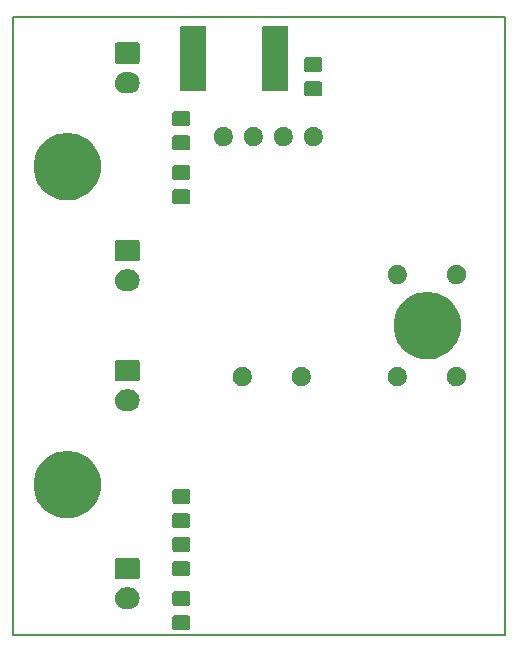
<source format=gts>
%TF.GenerationSoftware,KiCad,Pcbnew,5.0.2+dfsg1-1*%
%TF.CreationDate,2022-03-26T23:48:13+09:00*%
%TF.ProjectId,tablet-psu,7461626c-6574-42d7-9073-752e6b696361,rev?*%
%TF.SameCoordinates,Original*%
%TF.FileFunction,Soldermask,Top*%
%TF.FilePolarity,Negative*%
%FSLAX46Y46*%
G04 Gerber Fmt 4.6, Leading zero omitted, Abs format (unit mm)*
G04 Created by KiCad (PCBNEW 5.0.2+dfsg1-1) date Sat 26 Mar 2022 11:48:13 PM JST*
%MOMM*%
%LPD*%
G01*
G04 APERTURE LIST*
%ADD10C,0.150000*%
%ADD11C,0.100000*%
G04 APERTURE END LIST*
D10*
X138176000Y-70104000D02*
X138176000Y-122428000D01*
X96520000Y-70104000D02*
X138176000Y-70104000D01*
X96520000Y-122428000D02*
X138176000Y-122428000D01*
X96520000Y-70104000D02*
X96520000Y-122428000D01*
D11*
G36*
X111332677Y-120799465D02*
X111370364Y-120810898D01*
X111405103Y-120829466D01*
X111435548Y-120854452D01*
X111460534Y-120884897D01*
X111479102Y-120919636D01*
X111490535Y-120957323D01*
X111495000Y-121002661D01*
X111495000Y-121839339D01*
X111490535Y-121884677D01*
X111479102Y-121922364D01*
X111460534Y-121957103D01*
X111435548Y-121987548D01*
X111405103Y-122012534D01*
X111370364Y-122031102D01*
X111332677Y-122042535D01*
X111287339Y-122047000D01*
X110200661Y-122047000D01*
X110155323Y-122042535D01*
X110117636Y-122031102D01*
X110082897Y-122012534D01*
X110052452Y-121987548D01*
X110027466Y-121957103D01*
X110008898Y-121922364D01*
X109997465Y-121884677D01*
X109993000Y-121839339D01*
X109993000Y-121002661D01*
X109997465Y-120957323D01*
X110008898Y-120919636D01*
X110027466Y-120884897D01*
X110052452Y-120854452D01*
X110082897Y-120829466D01*
X110117636Y-120810898D01*
X110155323Y-120799465D01*
X110200661Y-120795000D01*
X111287339Y-120795000D01*
X111332677Y-120799465D01*
X111332677Y-120799465D01*
G37*
G36*
X106432442Y-118445518D02*
X106498627Y-118452037D01*
X106611853Y-118486384D01*
X106668467Y-118503557D01*
X106807087Y-118577652D01*
X106824991Y-118587222D01*
X106860729Y-118616552D01*
X106962186Y-118699814D01*
X107036912Y-118790869D01*
X107074778Y-118837009D01*
X107074779Y-118837011D01*
X107158443Y-118993533D01*
X107158443Y-118993534D01*
X107209963Y-119163373D01*
X107227359Y-119340000D01*
X107209963Y-119516627D01*
X107175616Y-119629853D01*
X107158443Y-119686467D01*
X107109557Y-119777925D01*
X107074778Y-119842991D01*
X107050672Y-119872364D01*
X106962186Y-119980186D01*
X106860729Y-120063448D01*
X106824991Y-120092778D01*
X106824989Y-120092779D01*
X106668467Y-120176443D01*
X106611853Y-120193616D01*
X106498627Y-120227963D01*
X106432442Y-120234482D01*
X106366260Y-120241000D01*
X105977740Y-120241000D01*
X105911558Y-120234482D01*
X105845373Y-120227963D01*
X105732147Y-120193616D01*
X105675533Y-120176443D01*
X105519011Y-120092779D01*
X105519009Y-120092778D01*
X105483271Y-120063448D01*
X105381814Y-119980186D01*
X105293328Y-119872364D01*
X105269222Y-119842991D01*
X105234443Y-119777925D01*
X105185557Y-119686467D01*
X105168384Y-119629853D01*
X105134037Y-119516627D01*
X105116641Y-119340000D01*
X105134037Y-119163373D01*
X105185557Y-118993534D01*
X105185557Y-118993533D01*
X105269221Y-118837011D01*
X105269222Y-118837009D01*
X105307088Y-118790869D01*
X105381814Y-118699814D01*
X105483271Y-118616552D01*
X105519009Y-118587222D01*
X105536913Y-118577652D01*
X105675533Y-118503557D01*
X105732147Y-118486384D01*
X105845373Y-118452037D01*
X105911558Y-118445518D01*
X105977740Y-118439000D01*
X106366260Y-118439000D01*
X106432442Y-118445518D01*
X106432442Y-118445518D01*
G37*
G36*
X111332677Y-118749465D02*
X111370364Y-118760898D01*
X111405103Y-118779466D01*
X111435548Y-118804452D01*
X111460534Y-118834897D01*
X111479102Y-118869636D01*
X111490535Y-118907323D01*
X111495000Y-118952661D01*
X111495000Y-119789339D01*
X111490535Y-119834677D01*
X111479102Y-119872364D01*
X111460534Y-119907103D01*
X111435548Y-119937548D01*
X111405103Y-119962534D01*
X111370364Y-119981102D01*
X111332677Y-119992535D01*
X111287339Y-119997000D01*
X110200661Y-119997000D01*
X110155323Y-119992535D01*
X110117636Y-119981102D01*
X110082897Y-119962534D01*
X110052452Y-119937548D01*
X110027466Y-119907103D01*
X110008898Y-119872364D01*
X109997465Y-119834677D01*
X109993000Y-119789339D01*
X109993000Y-118952661D01*
X109997465Y-118907323D01*
X110008898Y-118869636D01*
X110027466Y-118834897D01*
X110052452Y-118804452D01*
X110082897Y-118779466D01*
X110117636Y-118760898D01*
X110155323Y-118749465D01*
X110200661Y-118745000D01*
X111287339Y-118745000D01*
X111332677Y-118749465D01*
X111332677Y-118749465D01*
G37*
G36*
X107080600Y-115942989D02*
X107113649Y-115953014D01*
X107144106Y-115969294D01*
X107170799Y-115991201D01*
X107192706Y-116017894D01*
X107208986Y-116048351D01*
X107219011Y-116081400D01*
X107223000Y-116121904D01*
X107223000Y-117558096D01*
X107219011Y-117598600D01*
X107208986Y-117631649D01*
X107192706Y-117662106D01*
X107170799Y-117688799D01*
X107144106Y-117710706D01*
X107113649Y-117726986D01*
X107080600Y-117737011D01*
X107040096Y-117741000D01*
X105303904Y-117741000D01*
X105263400Y-117737011D01*
X105230351Y-117726986D01*
X105199894Y-117710706D01*
X105173201Y-117688799D01*
X105151294Y-117662106D01*
X105135014Y-117631649D01*
X105124989Y-117598600D01*
X105121000Y-117558096D01*
X105121000Y-116121904D01*
X105124989Y-116081400D01*
X105135014Y-116048351D01*
X105151294Y-116017894D01*
X105173201Y-115991201D01*
X105199894Y-115969294D01*
X105230351Y-115953014D01*
X105263400Y-115942989D01*
X105303904Y-115939000D01*
X107040096Y-115939000D01*
X107080600Y-115942989D01*
X107080600Y-115942989D01*
G37*
G36*
X111332677Y-116227465D02*
X111370364Y-116238898D01*
X111405103Y-116257466D01*
X111435548Y-116282452D01*
X111460534Y-116312897D01*
X111479102Y-116347636D01*
X111490535Y-116385323D01*
X111495000Y-116430661D01*
X111495000Y-117267339D01*
X111490535Y-117312677D01*
X111479102Y-117350364D01*
X111460534Y-117385103D01*
X111435548Y-117415548D01*
X111405103Y-117440534D01*
X111370364Y-117459102D01*
X111332677Y-117470535D01*
X111287339Y-117475000D01*
X110200661Y-117475000D01*
X110155323Y-117470535D01*
X110117636Y-117459102D01*
X110082897Y-117440534D01*
X110052452Y-117415548D01*
X110027466Y-117385103D01*
X110008898Y-117350364D01*
X109997465Y-117312677D01*
X109993000Y-117267339D01*
X109993000Y-116430661D01*
X109997465Y-116385323D01*
X110008898Y-116347636D01*
X110027466Y-116312897D01*
X110052452Y-116282452D01*
X110082897Y-116257466D01*
X110117636Y-116238898D01*
X110155323Y-116227465D01*
X110200661Y-116223000D01*
X111287339Y-116223000D01*
X111332677Y-116227465D01*
X111332677Y-116227465D01*
G37*
G36*
X111332677Y-114177465D02*
X111370364Y-114188898D01*
X111405103Y-114207466D01*
X111435548Y-114232452D01*
X111460534Y-114262897D01*
X111479102Y-114297636D01*
X111490535Y-114335323D01*
X111495000Y-114380661D01*
X111495000Y-115217339D01*
X111490535Y-115262677D01*
X111479102Y-115300364D01*
X111460534Y-115335103D01*
X111435548Y-115365548D01*
X111405103Y-115390534D01*
X111370364Y-115409102D01*
X111332677Y-115420535D01*
X111287339Y-115425000D01*
X110200661Y-115425000D01*
X110155323Y-115420535D01*
X110117636Y-115409102D01*
X110082897Y-115390534D01*
X110052452Y-115365548D01*
X110027466Y-115335103D01*
X110008898Y-115300364D01*
X109997465Y-115262677D01*
X109993000Y-115217339D01*
X109993000Y-114380661D01*
X109997465Y-114335323D01*
X110008898Y-114297636D01*
X110027466Y-114262897D01*
X110052452Y-114232452D01*
X110082897Y-114207466D01*
X110117636Y-114188898D01*
X110155323Y-114177465D01*
X110200661Y-114173000D01*
X111287339Y-114173000D01*
X111332677Y-114177465D01*
X111332677Y-114177465D01*
G37*
G36*
X111332677Y-112163465D02*
X111370364Y-112174898D01*
X111405103Y-112193466D01*
X111435548Y-112218452D01*
X111460534Y-112248897D01*
X111479102Y-112283636D01*
X111490535Y-112321323D01*
X111495000Y-112366661D01*
X111495000Y-113203339D01*
X111490535Y-113248677D01*
X111479102Y-113286364D01*
X111460534Y-113321103D01*
X111435548Y-113351548D01*
X111405103Y-113376534D01*
X111370364Y-113395102D01*
X111332677Y-113406535D01*
X111287339Y-113411000D01*
X110200661Y-113411000D01*
X110155323Y-113406535D01*
X110117636Y-113395102D01*
X110082897Y-113376534D01*
X110052452Y-113351548D01*
X110027466Y-113321103D01*
X110008898Y-113286364D01*
X109997465Y-113248677D01*
X109993000Y-113203339D01*
X109993000Y-112366661D01*
X109997465Y-112321323D01*
X110008898Y-112283636D01*
X110027466Y-112248897D01*
X110052452Y-112218452D01*
X110082897Y-112193466D01*
X110117636Y-112174898D01*
X110155323Y-112163465D01*
X110200661Y-112159000D01*
X111287339Y-112159000D01*
X111332677Y-112163465D01*
X111332677Y-112163465D01*
G37*
G36*
X101648202Y-106931781D02*
X101923606Y-106986562D01*
X102442455Y-107201476D01*
X102906259Y-107511380D01*
X102909410Y-107513486D01*
X103306514Y-107910590D01*
X103306516Y-107910593D01*
X103618524Y-108377545D01*
X103833438Y-108896394D01*
X103943000Y-109447201D01*
X103943000Y-110008799D01*
X103833438Y-110559606D01*
X103618524Y-111078455D01*
X103432716Y-111356535D01*
X103306514Y-111545410D01*
X102909410Y-111942514D01*
X102909407Y-111942516D01*
X102442455Y-112254524D01*
X101923606Y-112469438D01*
X101372800Y-112579000D01*
X100811200Y-112579000D01*
X100260394Y-112469438D01*
X99741545Y-112254524D01*
X99274593Y-111942516D01*
X99274590Y-111942514D01*
X98877486Y-111545410D01*
X98751284Y-111356535D01*
X98565476Y-111078455D01*
X98350562Y-110559606D01*
X98241000Y-110008799D01*
X98241000Y-109447201D01*
X98350562Y-108896394D01*
X98565476Y-108377545D01*
X98877484Y-107910593D01*
X98877486Y-107910590D01*
X99274590Y-107513486D01*
X99277741Y-107511380D01*
X99741545Y-107201476D01*
X100260394Y-106986562D01*
X100535798Y-106931781D01*
X100811200Y-106877000D01*
X101372800Y-106877000D01*
X101648202Y-106931781D01*
X101648202Y-106931781D01*
G37*
G36*
X111332677Y-110113465D02*
X111370364Y-110124898D01*
X111405103Y-110143466D01*
X111435548Y-110168452D01*
X111460534Y-110198897D01*
X111479102Y-110233636D01*
X111490535Y-110271323D01*
X111495000Y-110316661D01*
X111495000Y-111153339D01*
X111490535Y-111198677D01*
X111479102Y-111236364D01*
X111460534Y-111271103D01*
X111435548Y-111301548D01*
X111405103Y-111326534D01*
X111370364Y-111345102D01*
X111332677Y-111356535D01*
X111287339Y-111361000D01*
X110200661Y-111361000D01*
X110155323Y-111356535D01*
X110117636Y-111345102D01*
X110082897Y-111326534D01*
X110052452Y-111301548D01*
X110027466Y-111271103D01*
X110008898Y-111236364D01*
X109997465Y-111198677D01*
X109993000Y-111153339D01*
X109993000Y-110316661D01*
X109997465Y-110271323D01*
X110008898Y-110233636D01*
X110027466Y-110198897D01*
X110052452Y-110168452D01*
X110082897Y-110143466D01*
X110117636Y-110124898D01*
X110155323Y-110113465D01*
X110200661Y-110109000D01*
X111287339Y-110109000D01*
X111332677Y-110113465D01*
X111332677Y-110113465D01*
G37*
G36*
X106432443Y-101681519D02*
X106498627Y-101688037D01*
X106611853Y-101722384D01*
X106668467Y-101739557D01*
X106807087Y-101813652D01*
X106824991Y-101823222D01*
X106860729Y-101852552D01*
X106962186Y-101935814D01*
X107045448Y-102037271D01*
X107074778Y-102073009D01*
X107074779Y-102073011D01*
X107158443Y-102229533D01*
X107158443Y-102229534D01*
X107209963Y-102399373D01*
X107227359Y-102576000D01*
X107209963Y-102752627D01*
X107175616Y-102865853D01*
X107158443Y-102922467D01*
X107084348Y-103061087D01*
X107074778Y-103078991D01*
X107045448Y-103114729D01*
X106962186Y-103216186D01*
X106860729Y-103299448D01*
X106824991Y-103328778D01*
X106824989Y-103328779D01*
X106668467Y-103412443D01*
X106611853Y-103429616D01*
X106498627Y-103463963D01*
X106432442Y-103470482D01*
X106366260Y-103477000D01*
X105977740Y-103477000D01*
X105911558Y-103470482D01*
X105845373Y-103463963D01*
X105732147Y-103429616D01*
X105675533Y-103412443D01*
X105519011Y-103328779D01*
X105519009Y-103328778D01*
X105483271Y-103299448D01*
X105381814Y-103216186D01*
X105298552Y-103114729D01*
X105269222Y-103078991D01*
X105259652Y-103061087D01*
X105185557Y-102922467D01*
X105168384Y-102865853D01*
X105134037Y-102752627D01*
X105116641Y-102576000D01*
X105134037Y-102399373D01*
X105185557Y-102229534D01*
X105185557Y-102229533D01*
X105269221Y-102073011D01*
X105269222Y-102073009D01*
X105298552Y-102037271D01*
X105381814Y-101935814D01*
X105483271Y-101852552D01*
X105519009Y-101823222D01*
X105536913Y-101813652D01*
X105675533Y-101739557D01*
X105732147Y-101722384D01*
X105845373Y-101688037D01*
X105911557Y-101681519D01*
X105977740Y-101675000D01*
X106366260Y-101675000D01*
X106432443Y-101681519D01*
X106432443Y-101681519D01*
G37*
G36*
X121141142Y-99802242D02*
X121289102Y-99863530D01*
X121422258Y-99952502D01*
X121535498Y-100065742D01*
X121624470Y-100198898D01*
X121685758Y-100346858D01*
X121717000Y-100503925D01*
X121717000Y-100664075D01*
X121685758Y-100821142D01*
X121666494Y-100867649D01*
X121627004Y-100962986D01*
X121624470Y-100969102D01*
X121535498Y-101102258D01*
X121422258Y-101215498D01*
X121289102Y-101304470D01*
X121141142Y-101365758D01*
X120984075Y-101397000D01*
X120823925Y-101397000D01*
X120666858Y-101365758D01*
X120518898Y-101304470D01*
X120385742Y-101215498D01*
X120272502Y-101102258D01*
X120183530Y-100969102D01*
X120180997Y-100962986D01*
X120141506Y-100867649D01*
X120122242Y-100821142D01*
X120091000Y-100664075D01*
X120091000Y-100503925D01*
X120122242Y-100346858D01*
X120183530Y-100198898D01*
X120272502Y-100065742D01*
X120385742Y-99952502D01*
X120518898Y-99863530D01*
X120666858Y-99802242D01*
X120823925Y-99771000D01*
X120984075Y-99771000D01*
X121141142Y-99802242D01*
X121141142Y-99802242D01*
G37*
G36*
X116141142Y-99802242D02*
X116289102Y-99863530D01*
X116422258Y-99952502D01*
X116535498Y-100065742D01*
X116624470Y-100198898D01*
X116685758Y-100346858D01*
X116717000Y-100503925D01*
X116717000Y-100664075D01*
X116685758Y-100821142D01*
X116666494Y-100867649D01*
X116627004Y-100962986D01*
X116624470Y-100969102D01*
X116535498Y-101102258D01*
X116422258Y-101215498D01*
X116289102Y-101304470D01*
X116141142Y-101365758D01*
X115984075Y-101397000D01*
X115823925Y-101397000D01*
X115666858Y-101365758D01*
X115518898Y-101304470D01*
X115385742Y-101215498D01*
X115272502Y-101102258D01*
X115183530Y-100969102D01*
X115180997Y-100962986D01*
X115141506Y-100867649D01*
X115122242Y-100821142D01*
X115091000Y-100664075D01*
X115091000Y-100503925D01*
X115122242Y-100346858D01*
X115183530Y-100198898D01*
X115272502Y-100065742D01*
X115385742Y-99952502D01*
X115518898Y-99863530D01*
X115666858Y-99802242D01*
X115823925Y-99771000D01*
X115984075Y-99771000D01*
X116141142Y-99802242D01*
X116141142Y-99802242D01*
G37*
G36*
X134269142Y-99802242D02*
X134417102Y-99863530D01*
X134550258Y-99952502D01*
X134663498Y-100065742D01*
X134752470Y-100198898D01*
X134813758Y-100346858D01*
X134845000Y-100503925D01*
X134845000Y-100664075D01*
X134813758Y-100821142D01*
X134794494Y-100867649D01*
X134755004Y-100962986D01*
X134752470Y-100969102D01*
X134663498Y-101102258D01*
X134550258Y-101215498D01*
X134417102Y-101304470D01*
X134269142Y-101365758D01*
X134112075Y-101397000D01*
X133951925Y-101397000D01*
X133794858Y-101365758D01*
X133646898Y-101304470D01*
X133513742Y-101215498D01*
X133400502Y-101102258D01*
X133311530Y-100969102D01*
X133308997Y-100962986D01*
X133269506Y-100867649D01*
X133250242Y-100821142D01*
X133219000Y-100664075D01*
X133219000Y-100503925D01*
X133250242Y-100346858D01*
X133311530Y-100198898D01*
X133400502Y-100065742D01*
X133513742Y-99952502D01*
X133646898Y-99863530D01*
X133794858Y-99802242D01*
X133951925Y-99771000D01*
X134112075Y-99771000D01*
X134269142Y-99802242D01*
X134269142Y-99802242D01*
G37*
G36*
X129269142Y-99802242D02*
X129417102Y-99863530D01*
X129550258Y-99952502D01*
X129663498Y-100065742D01*
X129752470Y-100198898D01*
X129813758Y-100346858D01*
X129845000Y-100503925D01*
X129845000Y-100664075D01*
X129813758Y-100821142D01*
X129794494Y-100867649D01*
X129755004Y-100962986D01*
X129752470Y-100969102D01*
X129663498Y-101102258D01*
X129550258Y-101215498D01*
X129417102Y-101304470D01*
X129269142Y-101365758D01*
X129112075Y-101397000D01*
X128951925Y-101397000D01*
X128794858Y-101365758D01*
X128646898Y-101304470D01*
X128513742Y-101215498D01*
X128400502Y-101102258D01*
X128311530Y-100969102D01*
X128308997Y-100962986D01*
X128269506Y-100867649D01*
X128250242Y-100821142D01*
X128219000Y-100664075D01*
X128219000Y-100503925D01*
X128250242Y-100346858D01*
X128311530Y-100198898D01*
X128400502Y-100065742D01*
X128513742Y-99952502D01*
X128646898Y-99863530D01*
X128794858Y-99802242D01*
X128951925Y-99771000D01*
X129112075Y-99771000D01*
X129269142Y-99802242D01*
X129269142Y-99802242D01*
G37*
G36*
X107080600Y-99178989D02*
X107113649Y-99189014D01*
X107144106Y-99205294D01*
X107170799Y-99227201D01*
X107192706Y-99253894D01*
X107208986Y-99284351D01*
X107219011Y-99317400D01*
X107223000Y-99357904D01*
X107223000Y-100794096D01*
X107219011Y-100834600D01*
X107208986Y-100867649D01*
X107192706Y-100898106D01*
X107170799Y-100924799D01*
X107144106Y-100946706D01*
X107113649Y-100962986D01*
X107080600Y-100973011D01*
X107040096Y-100977000D01*
X105303904Y-100977000D01*
X105263400Y-100973011D01*
X105230351Y-100962986D01*
X105199894Y-100946706D01*
X105173201Y-100924799D01*
X105151294Y-100898106D01*
X105135014Y-100867649D01*
X105124989Y-100834600D01*
X105121000Y-100794096D01*
X105121000Y-99357904D01*
X105124989Y-99317400D01*
X105135014Y-99284351D01*
X105151294Y-99253894D01*
X105173201Y-99227201D01*
X105199894Y-99205294D01*
X105230351Y-99189014D01*
X105263400Y-99178989D01*
X105303904Y-99175000D01*
X107040096Y-99175000D01*
X107080600Y-99178989D01*
X107080600Y-99178989D01*
G37*
G36*
X132128202Y-93469781D02*
X132403606Y-93524562D01*
X132922455Y-93739476D01*
X133386259Y-94049380D01*
X133389410Y-94051486D01*
X133786514Y-94448590D01*
X133786516Y-94448593D01*
X134098524Y-94915545D01*
X134313438Y-95434394D01*
X134423000Y-95985201D01*
X134423000Y-96546799D01*
X134313438Y-97097606D01*
X134098524Y-97616455D01*
X133788620Y-98080259D01*
X133786514Y-98083410D01*
X133389410Y-98480514D01*
X133389407Y-98480516D01*
X132922455Y-98792524D01*
X132403606Y-99007438D01*
X132128202Y-99062219D01*
X131852800Y-99117000D01*
X131291200Y-99117000D01*
X130740394Y-99007438D01*
X130221545Y-98792524D01*
X129754593Y-98480516D01*
X129754590Y-98480514D01*
X129357486Y-98083410D01*
X129355380Y-98080259D01*
X129045476Y-97616455D01*
X128830562Y-97097606D01*
X128721000Y-96546799D01*
X128721000Y-95985201D01*
X128830562Y-95434394D01*
X129045476Y-94915545D01*
X129357484Y-94448593D01*
X129357486Y-94448590D01*
X129754590Y-94051486D01*
X129757741Y-94049380D01*
X130221545Y-93739476D01*
X130740394Y-93524562D01*
X131015798Y-93469781D01*
X131291200Y-93415000D01*
X131852800Y-93415000D01*
X132128202Y-93469781D01*
X132128202Y-93469781D01*
G37*
G36*
X106432443Y-91521519D02*
X106498627Y-91528037D01*
X106611853Y-91562384D01*
X106668467Y-91579557D01*
X106807087Y-91653652D01*
X106824991Y-91663222D01*
X106860729Y-91692552D01*
X106962186Y-91775814D01*
X107037778Y-91867925D01*
X107074778Y-91913009D01*
X107074779Y-91913011D01*
X107158443Y-92069533D01*
X107158443Y-92069534D01*
X107209963Y-92239373D01*
X107227359Y-92416000D01*
X107209963Y-92592627D01*
X107186956Y-92668470D01*
X107158443Y-92762467D01*
X107084348Y-92901087D01*
X107074778Y-92918991D01*
X107045448Y-92954729D01*
X106962186Y-93056186D01*
X106860729Y-93139448D01*
X106824991Y-93168778D01*
X106824989Y-93168779D01*
X106668467Y-93252443D01*
X106611853Y-93269616D01*
X106498627Y-93303963D01*
X106432443Y-93310481D01*
X106366260Y-93317000D01*
X105977740Y-93317000D01*
X105911557Y-93310481D01*
X105845373Y-93303963D01*
X105732147Y-93269616D01*
X105675533Y-93252443D01*
X105519011Y-93168779D01*
X105519009Y-93168778D01*
X105483271Y-93139448D01*
X105381814Y-93056186D01*
X105298552Y-92954729D01*
X105269222Y-92918991D01*
X105259652Y-92901087D01*
X105185557Y-92762467D01*
X105157044Y-92668470D01*
X105134037Y-92592627D01*
X105116641Y-92416000D01*
X105134037Y-92239373D01*
X105185557Y-92069534D01*
X105185557Y-92069533D01*
X105269221Y-91913011D01*
X105269222Y-91913009D01*
X105306222Y-91867925D01*
X105381814Y-91775814D01*
X105483271Y-91692552D01*
X105519009Y-91663222D01*
X105536913Y-91653652D01*
X105675533Y-91579557D01*
X105732147Y-91562384D01*
X105845373Y-91528037D01*
X105911557Y-91521519D01*
X105977740Y-91515000D01*
X106366260Y-91515000D01*
X106432443Y-91521519D01*
X106432443Y-91521519D01*
G37*
G36*
X134269142Y-91166242D02*
X134417102Y-91227530D01*
X134550258Y-91316502D01*
X134663498Y-91429742D01*
X134729177Y-91528037D01*
X134752471Y-91562900D01*
X134766354Y-91596417D01*
X134813758Y-91710858D01*
X134845000Y-91867925D01*
X134845000Y-92028075D01*
X134813758Y-92185142D01*
X134752470Y-92333102D01*
X134663498Y-92466258D01*
X134550258Y-92579498D01*
X134417102Y-92668470D01*
X134269142Y-92729758D01*
X134112075Y-92761000D01*
X133951925Y-92761000D01*
X133794858Y-92729758D01*
X133646898Y-92668470D01*
X133513742Y-92579498D01*
X133400502Y-92466258D01*
X133311530Y-92333102D01*
X133250242Y-92185142D01*
X133219000Y-92028075D01*
X133219000Y-91867925D01*
X133250242Y-91710858D01*
X133297646Y-91596417D01*
X133311529Y-91562900D01*
X133334824Y-91528037D01*
X133400502Y-91429742D01*
X133513742Y-91316502D01*
X133646898Y-91227530D01*
X133794858Y-91166242D01*
X133951925Y-91135000D01*
X134112075Y-91135000D01*
X134269142Y-91166242D01*
X134269142Y-91166242D01*
G37*
G36*
X129269142Y-91166242D02*
X129417102Y-91227530D01*
X129550258Y-91316502D01*
X129663498Y-91429742D01*
X129729177Y-91528037D01*
X129752471Y-91562900D01*
X129766354Y-91596417D01*
X129813758Y-91710858D01*
X129845000Y-91867925D01*
X129845000Y-92028075D01*
X129813758Y-92185142D01*
X129752470Y-92333102D01*
X129663498Y-92466258D01*
X129550258Y-92579498D01*
X129417102Y-92668470D01*
X129269142Y-92729758D01*
X129112075Y-92761000D01*
X128951925Y-92761000D01*
X128794858Y-92729758D01*
X128646898Y-92668470D01*
X128513742Y-92579498D01*
X128400502Y-92466258D01*
X128311530Y-92333102D01*
X128250242Y-92185142D01*
X128219000Y-92028075D01*
X128219000Y-91867925D01*
X128250242Y-91710858D01*
X128297646Y-91596417D01*
X128311529Y-91562900D01*
X128334824Y-91528037D01*
X128400502Y-91429742D01*
X128513742Y-91316502D01*
X128646898Y-91227530D01*
X128794858Y-91166242D01*
X128951925Y-91135000D01*
X129112075Y-91135000D01*
X129269142Y-91166242D01*
X129269142Y-91166242D01*
G37*
G36*
X107080600Y-89018989D02*
X107113649Y-89029014D01*
X107144106Y-89045294D01*
X107170799Y-89067201D01*
X107192706Y-89093894D01*
X107208986Y-89124351D01*
X107219011Y-89157400D01*
X107223000Y-89197904D01*
X107223000Y-90634096D01*
X107219011Y-90674600D01*
X107208986Y-90707649D01*
X107192706Y-90738106D01*
X107170799Y-90764799D01*
X107144106Y-90786706D01*
X107113649Y-90802986D01*
X107080600Y-90813011D01*
X107040096Y-90817000D01*
X105303904Y-90817000D01*
X105263400Y-90813011D01*
X105230351Y-90802986D01*
X105199894Y-90786706D01*
X105173201Y-90764799D01*
X105151294Y-90738106D01*
X105135014Y-90707649D01*
X105124989Y-90674600D01*
X105121000Y-90634096D01*
X105121000Y-89197904D01*
X105124989Y-89157400D01*
X105135014Y-89124351D01*
X105151294Y-89093894D01*
X105173201Y-89067201D01*
X105199894Y-89045294D01*
X105230351Y-89029014D01*
X105263400Y-89018989D01*
X105303904Y-89015000D01*
X107040096Y-89015000D01*
X107080600Y-89018989D01*
X107080600Y-89018989D01*
G37*
G36*
X111332677Y-84740465D02*
X111370364Y-84751898D01*
X111405103Y-84770466D01*
X111435548Y-84795452D01*
X111460534Y-84825897D01*
X111479102Y-84860636D01*
X111490535Y-84898323D01*
X111495000Y-84943661D01*
X111495000Y-85780339D01*
X111490535Y-85825677D01*
X111479102Y-85863364D01*
X111460534Y-85898103D01*
X111435548Y-85928548D01*
X111405103Y-85953534D01*
X111370364Y-85972102D01*
X111332677Y-85983535D01*
X111287339Y-85988000D01*
X110200661Y-85988000D01*
X110155323Y-85983535D01*
X110117636Y-85972102D01*
X110082897Y-85953534D01*
X110052452Y-85928548D01*
X110027466Y-85898103D01*
X110008898Y-85863364D01*
X109997465Y-85825677D01*
X109993000Y-85780339D01*
X109993000Y-84943661D01*
X109997465Y-84898323D01*
X110008898Y-84860636D01*
X110027466Y-84825897D01*
X110052452Y-84795452D01*
X110082897Y-84770466D01*
X110117636Y-84751898D01*
X110155323Y-84740465D01*
X110200661Y-84736000D01*
X111287339Y-84736000D01*
X111332677Y-84740465D01*
X111332677Y-84740465D01*
G37*
G36*
X101648202Y-80007781D02*
X101923606Y-80062562D01*
X102442455Y-80277476D01*
X102906259Y-80587380D01*
X102909410Y-80589486D01*
X103306514Y-80986590D01*
X103306516Y-80986593D01*
X103618524Y-81453545D01*
X103833438Y-81972394D01*
X103943000Y-82523201D01*
X103943000Y-83084799D01*
X103833438Y-83635606D01*
X103618524Y-84154455D01*
X103308620Y-84618259D01*
X103306514Y-84621410D01*
X102909410Y-85018514D01*
X102909407Y-85018516D01*
X102442455Y-85330524D01*
X101923606Y-85545438D01*
X101648202Y-85600219D01*
X101372800Y-85655000D01*
X100811200Y-85655000D01*
X100535798Y-85600219D01*
X100260394Y-85545438D01*
X99741545Y-85330524D01*
X99274593Y-85018516D01*
X99274590Y-85018514D01*
X98877486Y-84621410D01*
X98875380Y-84618259D01*
X98565476Y-84154455D01*
X98350562Y-83635606D01*
X98241000Y-83084799D01*
X98241000Y-82523201D01*
X98350562Y-81972394D01*
X98565476Y-81453545D01*
X98877484Y-80986593D01*
X98877486Y-80986590D01*
X99274590Y-80589486D01*
X99277741Y-80587380D01*
X99741545Y-80277476D01*
X100260394Y-80062562D01*
X100535798Y-80007781D01*
X100811200Y-79953000D01*
X101372800Y-79953000D01*
X101648202Y-80007781D01*
X101648202Y-80007781D01*
G37*
G36*
X111332677Y-82690465D02*
X111370364Y-82701898D01*
X111405103Y-82720466D01*
X111435548Y-82745452D01*
X111460534Y-82775897D01*
X111479102Y-82810636D01*
X111490535Y-82848323D01*
X111495000Y-82893661D01*
X111495000Y-83730339D01*
X111490535Y-83775677D01*
X111479102Y-83813364D01*
X111460534Y-83848103D01*
X111435548Y-83878548D01*
X111405103Y-83903534D01*
X111370364Y-83922102D01*
X111332677Y-83933535D01*
X111287339Y-83938000D01*
X110200661Y-83938000D01*
X110155323Y-83933535D01*
X110117636Y-83922102D01*
X110082897Y-83903534D01*
X110052452Y-83878548D01*
X110027466Y-83848103D01*
X110008898Y-83813364D01*
X109997465Y-83775677D01*
X109993000Y-83730339D01*
X109993000Y-82893661D01*
X109997465Y-82848323D01*
X110008898Y-82810636D01*
X110027466Y-82775897D01*
X110052452Y-82745452D01*
X110082897Y-82720466D01*
X110117636Y-82701898D01*
X110155323Y-82690465D01*
X110200661Y-82686000D01*
X111287339Y-82686000D01*
X111332677Y-82690465D01*
X111332677Y-82690465D01*
G37*
G36*
X111332677Y-80168465D02*
X111370364Y-80179898D01*
X111405103Y-80198466D01*
X111435548Y-80223452D01*
X111460534Y-80253897D01*
X111479102Y-80288636D01*
X111490535Y-80326323D01*
X111495000Y-80371661D01*
X111495000Y-81208339D01*
X111490535Y-81253677D01*
X111479102Y-81291364D01*
X111460534Y-81326103D01*
X111435548Y-81356548D01*
X111405103Y-81381534D01*
X111370364Y-81400102D01*
X111332677Y-81411535D01*
X111287339Y-81416000D01*
X110200661Y-81416000D01*
X110155323Y-81411535D01*
X110117636Y-81400102D01*
X110082897Y-81381534D01*
X110052452Y-81356548D01*
X110027466Y-81326103D01*
X110008898Y-81291364D01*
X109997465Y-81253677D01*
X109993000Y-81208339D01*
X109993000Y-80371661D01*
X109997465Y-80326323D01*
X110008898Y-80288636D01*
X110027466Y-80253897D01*
X110052452Y-80223452D01*
X110082897Y-80198466D01*
X110117636Y-80179898D01*
X110155323Y-80168465D01*
X110200661Y-80164000D01*
X111287339Y-80164000D01*
X111332677Y-80168465D01*
X111332677Y-80168465D01*
G37*
G36*
X117077142Y-79482242D02*
X117225102Y-79543530D01*
X117358258Y-79632502D01*
X117471498Y-79745742D01*
X117560470Y-79878898D01*
X117621758Y-80026858D01*
X117653000Y-80183925D01*
X117653000Y-80344075D01*
X117621758Y-80501142D01*
X117560470Y-80649102D01*
X117471498Y-80782258D01*
X117358258Y-80895498D01*
X117225102Y-80984470D01*
X117077142Y-81045758D01*
X116920075Y-81077000D01*
X116759925Y-81077000D01*
X116602858Y-81045758D01*
X116454898Y-80984470D01*
X116321742Y-80895498D01*
X116208502Y-80782258D01*
X116119530Y-80649102D01*
X116058242Y-80501142D01*
X116027000Y-80344075D01*
X116027000Y-80183925D01*
X116058242Y-80026858D01*
X116119530Y-79878898D01*
X116208502Y-79745742D01*
X116321742Y-79632502D01*
X116454898Y-79543530D01*
X116602858Y-79482242D01*
X116759925Y-79451000D01*
X116920075Y-79451000D01*
X117077142Y-79482242D01*
X117077142Y-79482242D01*
G37*
G36*
X114537142Y-79482242D02*
X114685102Y-79543530D01*
X114818258Y-79632502D01*
X114931498Y-79745742D01*
X115020470Y-79878898D01*
X115081758Y-80026858D01*
X115113000Y-80183925D01*
X115113000Y-80344075D01*
X115081758Y-80501142D01*
X115020470Y-80649102D01*
X114931498Y-80782258D01*
X114818258Y-80895498D01*
X114685102Y-80984470D01*
X114537142Y-81045758D01*
X114380075Y-81077000D01*
X114219925Y-81077000D01*
X114062858Y-81045758D01*
X113914898Y-80984470D01*
X113781742Y-80895498D01*
X113668502Y-80782258D01*
X113579530Y-80649102D01*
X113518242Y-80501142D01*
X113487000Y-80344075D01*
X113487000Y-80183925D01*
X113518242Y-80026858D01*
X113579530Y-79878898D01*
X113668502Y-79745742D01*
X113781742Y-79632502D01*
X113914898Y-79543530D01*
X114062858Y-79482242D01*
X114219925Y-79451000D01*
X114380075Y-79451000D01*
X114537142Y-79482242D01*
X114537142Y-79482242D01*
G37*
G36*
X122157142Y-79482242D02*
X122305102Y-79543530D01*
X122438258Y-79632502D01*
X122551498Y-79745742D01*
X122640470Y-79878898D01*
X122701758Y-80026858D01*
X122733000Y-80183925D01*
X122733000Y-80344075D01*
X122701758Y-80501142D01*
X122640470Y-80649102D01*
X122551498Y-80782258D01*
X122438258Y-80895498D01*
X122305102Y-80984470D01*
X122157142Y-81045758D01*
X122000075Y-81077000D01*
X121839925Y-81077000D01*
X121682858Y-81045758D01*
X121534898Y-80984470D01*
X121401742Y-80895498D01*
X121288502Y-80782258D01*
X121199530Y-80649102D01*
X121138242Y-80501142D01*
X121107000Y-80344075D01*
X121107000Y-80183925D01*
X121138242Y-80026858D01*
X121199530Y-79878898D01*
X121288502Y-79745742D01*
X121401742Y-79632502D01*
X121534898Y-79543530D01*
X121682858Y-79482242D01*
X121839925Y-79451000D01*
X122000075Y-79451000D01*
X122157142Y-79482242D01*
X122157142Y-79482242D01*
G37*
G36*
X119617142Y-79482242D02*
X119765102Y-79543530D01*
X119898258Y-79632502D01*
X120011498Y-79745742D01*
X120100470Y-79878898D01*
X120161758Y-80026858D01*
X120193000Y-80183925D01*
X120193000Y-80344075D01*
X120161758Y-80501142D01*
X120100470Y-80649102D01*
X120011498Y-80782258D01*
X119898258Y-80895498D01*
X119765102Y-80984470D01*
X119617142Y-81045758D01*
X119460075Y-81077000D01*
X119299925Y-81077000D01*
X119142858Y-81045758D01*
X118994898Y-80984470D01*
X118861742Y-80895498D01*
X118748502Y-80782258D01*
X118659530Y-80649102D01*
X118598242Y-80501142D01*
X118567000Y-80344075D01*
X118567000Y-80183925D01*
X118598242Y-80026858D01*
X118659530Y-79878898D01*
X118748502Y-79745742D01*
X118861742Y-79632502D01*
X118994898Y-79543530D01*
X119142858Y-79482242D01*
X119299925Y-79451000D01*
X119460075Y-79451000D01*
X119617142Y-79482242D01*
X119617142Y-79482242D01*
G37*
G36*
X111332677Y-78118465D02*
X111370364Y-78129898D01*
X111405103Y-78148466D01*
X111435548Y-78173452D01*
X111460534Y-78203897D01*
X111479102Y-78238636D01*
X111490535Y-78276323D01*
X111495000Y-78321661D01*
X111495000Y-79158339D01*
X111490535Y-79203677D01*
X111479102Y-79241364D01*
X111460534Y-79276103D01*
X111435548Y-79306548D01*
X111405103Y-79331534D01*
X111370364Y-79350102D01*
X111332677Y-79361535D01*
X111287339Y-79366000D01*
X110200661Y-79366000D01*
X110155323Y-79361535D01*
X110117636Y-79350102D01*
X110082897Y-79331534D01*
X110052452Y-79306548D01*
X110027466Y-79276103D01*
X110008898Y-79241364D01*
X109997465Y-79203677D01*
X109993000Y-79158339D01*
X109993000Y-78321661D01*
X109997465Y-78276323D01*
X110008898Y-78238636D01*
X110027466Y-78203897D01*
X110052452Y-78173452D01*
X110082897Y-78148466D01*
X110117636Y-78129898D01*
X110155323Y-78118465D01*
X110200661Y-78114000D01*
X111287339Y-78114000D01*
X111332677Y-78118465D01*
X111332677Y-78118465D01*
G37*
G36*
X122508677Y-75596465D02*
X122546364Y-75607898D01*
X122581103Y-75626466D01*
X122611548Y-75651452D01*
X122636534Y-75681897D01*
X122655102Y-75716636D01*
X122666535Y-75754323D01*
X122671000Y-75799661D01*
X122671000Y-76636339D01*
X122666535Y-76681677D01*
X122655102Y-76719364D01*
X122636534Y-76754103D01*
X122611548Y-76784548D01*
X122581103Y-76809534D01*
X122546364Y-76828102D01*
X122508677Y-76839535D01*
X122463339Y-76844000D01*
X121376661Y-76844000D01*
X121331323Y-76839535D01*
X121293636Y-76828102D01*
X121258897Y-76809534D01*
X121228452Y-76784548D01*
X121203466Y-76754103D01*
X121184898Y-76719364D01*
X121173465Y-76681677D01*
X121169000Y-76636339D01*
X121169000Y-75799661D01*
X121173465Y-75754323D01*
X121184898Y-75716636D01*
X121203466Y-75681897D01*
X121228452Y-75651452D01*
X121258897Y-75626466D01*
X121293636Y-75607898D01*
X121331323Y-75596465D01*
X121376661Y-75592000D01*
X122463339Y-75592000D01*
X122508677Y-75596465D01*
X122508677Y-75596465D01*
G37*
G36*
X106432442Y-74797518D02*
X106498627Y-74804037D01*
X106611853Y-74838384D01*
X106668467Y-74855557D01*
X106807087Y-74929652D01*
X106824991Y-74939222D01*
X106860729Y-74968552D01*
X106962186Y-75051814D01*
X107045448Y-75153271D01*
X107074778Y-75189009D01*
X107074779Y-75189011D01*
X107158443Y-75345533D01*
X107158443Y-75345534D01*
X107209963Y-75515373D01*
X107227359Y-75692000D01*
X107209963Y-75868627D01*
X107175616Y-75981853D01*
X107158443Y-76038467D01*
X107086074Y-76173857D01*
X107074778Y-76194991D01*
X107050151Y-76224999D01*
X106962186Y-76332186D01*
X106895775Y-76386687D01*
X106824991Y-76444778D01*
X106824989Y-76444779D01*
X106668467Y-76528443D01*
X106611853Y-76545616D01*
X106498627Y-76579963D01*
X106432443Y-76586481D01*
X106366260Y-76593000D01*
X105977740Y-76593000D01*
X105911557Y-76586481D01*
X105845373Y-76579963D01*
X105732147Y-76545616D01*
X105675533Y-76528443D01*
X105519011Y-76444779D01*
X105519009Y-76444778D01*
X105448225Y-76386687D01*
X105381814Y-76332186D01*
X105293849Y-76224999D01*
X105269222Y-76194991D01*
X105257926Y-76173857D01*
X105185557Y-76038467D01*
X105168384Y-75981853D01*
X105134037Y-75868627D01*
X105116641Y-75692000D01*
X105134037Y-75515373D01*
X105185557Y-75345534D01*
X105185557Y-75345533D01*
X105269221Y-75189011D01*
X105269222Y-75189009D01*
X105298552Y-75153271D01*
X105381814Y-75051814D01*
X105483271Y-74968552D01*
X105519009Y-74939222D01*
X105536913Y-74929652D01*
X105675533Y-74855557D01*
X105732147Y-74838384D01*
X105845373Y-74804037D01*
X105911558Y-74797518D01*
X105977740Y-74791000D01*
X106366260Y-74791000D01*
X106432442Y-74797518D01*
X106432442Y-74797518D01*
G37*
G36*
X112726535Y-70887800D02*
X112757740Y-70897266D01*
X112786487Y-70912631D01*
X112811687Y-70933313D01*
X112832369Y-70958513D01*
X112847734Y-70987260D01*
X112857200Y-71018465D01*
X112861000Y-71057045D01*
X112861000Y-76262955D01*
X112857200Y-76301535D01*
X112847734Y-76332740D01*
X112832369Y-76361487D01*
X112811687Y-76386687D01*
X112786487Y-76407369D01*
X112757740Y-76422734D01*
X112726535Y-76432200D01*
X112687955Y-76436000D01*
X110832045Y-76436000D01*
X110793465Y-76432200D01*
X110762260Y-76422734D01*
X110733513Y-76407369D01*
X110708313Y-76386687D01*
X110687631Y-76361487D01*
X110672266Y-76332740D01*
X110662800Y-76301535D01*
X110659000Y-76262955D01*
X110659000Y-71057045D01*
X110662800Y-71018465D01*
X110672266Y-70987260D01*
X110687631Y-70958513D01*
X110708313Y-70933313D01*
X110733513Y-70912631D01*
X110762260Y-70897266D01*
X110793465Y-70887800D01*
X110832045Y-70884000D01*
X112687955Y-70884000D01*
X112726535Y-70887800D01*
X112726535Y-70887800D01*
G37*
G36*
X119676535Y-70887800D02*
X119707740Y-70897266D01*
X119736487Y-70912631D01*
X119761687Y-70933313D01*
X119782369Y-70958513D01*
X119797734Y-70987260D01*
X119807200Y-71018465D01*
X119811000Y-71057045D01*
X119811000Y-76262955D01*
X119807200Y-76301535D01*
X119797734Y-76332740D01*
X119782369Y-76361487D01*
X119761687Y-76386687D01*
X119736487Y-76407369D01*
X119707740Y-76422734D01*
X119676535Y-76432200D01*
X119637955Y-76436000D01*
X117782045Y-76436000D01*
X117743465Y-76432200D01*
X117712260Y-76422734D01*
X117683513Y-76407369D01*
X117658313Y-76386687D01*
X117637631Y-76361487D01*
X117622266Y-76332740D01*
X117612800Y-76301535D01*
X117609000Y-76262955D01*
X117609000Y-71057045D01*
X117612800Y-71018465D01*
X117622266Y-70987260D01*
X117637631Y-70958513D01*
X117658313Y-70933313D01*
X117683513Y-70912631D01*
X117712260Y-70897266D01*
X117743465Y-70887800D01*
X117782045Y-70884000D01*
X119637955Y-70884000D01*
X119676535Y-70887800D01*
X119676535Y-70887800D01*
G37*
G36*
X122508677Y-73546465D02*
X122546364Y-73557898D01*
X122581103Y-73576466D01*
X122611548Y-73601452D01*
X122636534Y-73631897D01*
X122655102Y-73666636D01*
X122666535Y-73704323D01*
X122671000Y-73749661D01*
X122671000Y-74586339D01*
X122666535Y-74631677D01*
X122655102Y-74669364D01*
X122636534Y-74704103D01*
X122611548Y-74734548D01*
X122581103Y-74759534D01*
X122546364Y-74778102D01*
X122508677Y-74789535D01*
X122463339Y-74794000D01*
X121376661Y-74794000D01*
X121331323Y-74789535D01*
X121293636Y-74778102D01*
X121258897Y-74759534D01*
X121228452Y-74734548D01*
X121203466Y-74704103D01*
X121184898Y-74669364D01*
X121173465Y-74631677D01*
X121169000Y-74586339D01*
X121169000Y-73749661D01*
X121173465Y-73704323D01*
X121184898Y-73666636D01*
X121203466Y-73631897D01*
X121228452Y-73601452D01*
X121258897Y-73576466D01*
X121293636Y-73557898D01*
X121331323Y-73546465D01*
X121376661Y-73542000D01*
X122463339Y-73542000D01*
X122508677Y-73546465D01*
X122508677Y-73546465D01*
G37*
G36*
X107080600Y-72294989D02*
X107113649Y-72305014D01*
X107144106Y-72321294D01*
X107170799Y-72343201D01*
X107192706Y-72369894D01*
X107208986Y-72400351D01*
X107219011Y-72433400D01*
X107223000Y-72473904D01*
X107223000Y-73910096D01*
X107219011Y-73950600D01*
X107208986Y-73983649D01*
X107192706Y-74014106D01*
X107170799Y-74040799D01*
X107144106Y-74062706D01*
X107113649Y-74078986D01*
X107080600Y-74089011D01*
X107040096Y-74093000D01*
X105303904Y-74093000D01*
X105263400Y-74089011D01*
X105230351Y-74078986D01*
X105199894Y-74062706D01*
X105173201Y-74040799D01*
X105151294Y-74014106D01*
X105135014Y-73983649D01*
X105124989Y-73950600D01*
X105121000Y-73910096D01*
X105121000Y-72473904D01*
X105124989Y-72433400D01*
X105135014Y-72400351D01*
X105151294Y-72369894D01*
X105173201Y-72343201D01*
X105199894Y-72321294D01*
X105230351Y-72305014D01*
X105263400Y-72294989D01*
X105303904Y-72291000D01*
X107040096Y-72291000D01*
X107080600Y-72294989D01*
X107080600Y-72294989D01*
G37*
M02*

</source>
